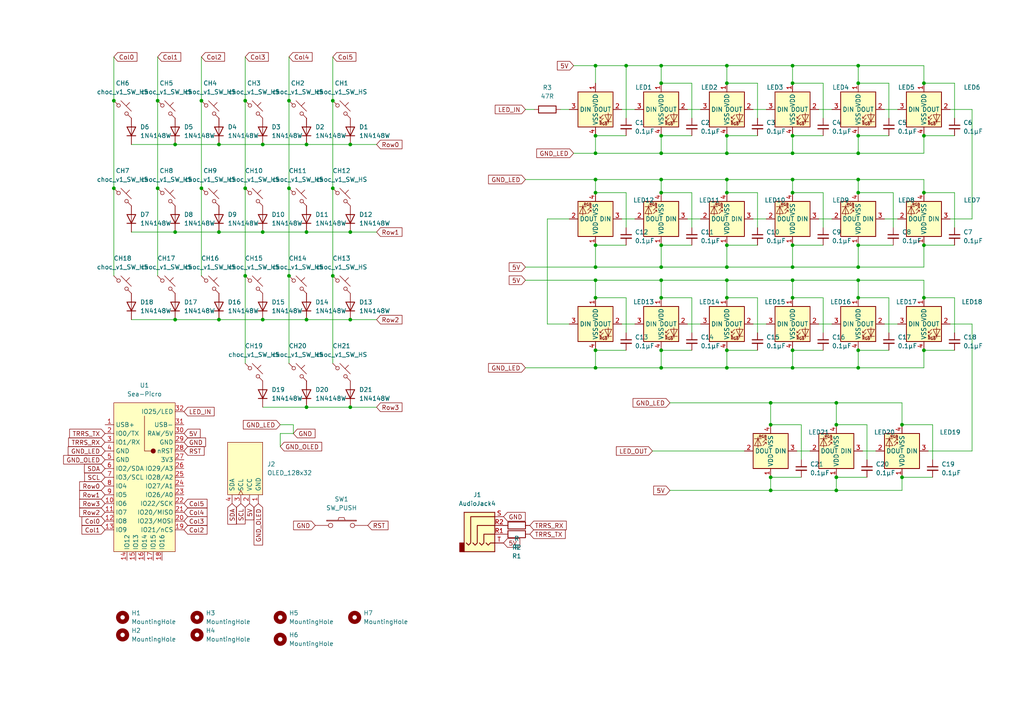
<source format=kicad_sch>
(kicad_sch (version 20250114) (generator "eeschema") (generator_version "9.0")
  (paper "A4")
  (junction (at 172.72 86.36))
  (junction (at 248.92 24.13))
  (junction (at 58.42 54.61))
  (junction (at 101.6 67.31))
  (junction (at 88.9 41.91))
  (junction (at 248.92 55.88))
  (junction (at 191.77 71.12))
  (junction (at 267.97 55.88))
  (junction (at 210.82 44.45))
  (junction (at 33.02 29.21))
  (junction (at 248.92 81.28))
  (junction (at 229.87 101.6))
  (junction (at 229.87 44.45))
  (junction (at 210.82 86.36))
  (junction (at 88.9 118.11))
  (junction (at 223.52 142.24))
  (junction (at 191.77 55.88))
  (junction (at 172.72 52.07))
  (junction (at 191.77 101.6))
  (junction (at 229.87 81.28))
  (junction (at 76.2 92.71))
  (junction (at 71.12 80.01))
  (junction (at 191.77 106.68))
  (junction (at 242.57 116.84))
  (junction (at 96.52 29.21))
  (junction (at 229.87 55.88))
  (junction (at 172.72 101.6))
  (junction (at 267.97 101.6))
  (junction (at 229.87 86.36))
  (junction (at 45.72 54.61))
  (junction (at 83.82 29.21))
  (junction (at 172.72 19.05))
  (junction (at 101.6 41.91))
  (junction (at 172.72 39.37))
  (junction (at 248.92 19.05))
  (junction (at 172.72 77.47))
  (junction (at 229.87 19.05))
  (junction (at 210.82 24.13))
  (junction (at 229.87 106.68))
  (junction (at 50.8 92.71))
  (junction (at 76.2 67.31))
  (junction (at 229.87 52.07))
  (junction (at 229.87 77.47))
  (junction (at 172.72 44.45))
  (junction (at 88.9 92.71))
  (junction (at 63.5 67.31))
  (junction (at 33.02 54.61))
  (junction (at 58.42 29.21))
  (junction (at 88.9 67.31))
  (junction (at 267.97 24.13))
  (junction (at 223.52 138.43))
  (junction (at 261.62 138.43))
  (junction (at 229.87 24.13))
  (junction (at 191.77 52.07))
  (junction (at 191.77 19.05))
  (junction (at 50.8 41.91))
  (junction (at 248.92 71.12))
  (junction (at 210.82 55.88))
  (junction (at 248.92 106.68))
  (junction (at 210.82 106.68))
  (junction (at 210.82 101.6))
  (junction (at 63.5 92.71))
  (junction (at 83.82 54.61))
  (junction (at 248.92 101.6))
  (junction (at 242.57 138.43))
  (junction (at 210.82 71.12))
  (junction (at 267.97 71.12))
  (junction (at 76.2 41.91))
  (junction (at 191.77 44.45))
  (junction (at 223.52 123.19))
  (junction (at 210.82 77.47))
  (junction (at 172.72 71.12))
  (junction (at 248.92 77.47))
  (junction (at 191.77 39.37))
  (junction (at 191.77 77.47))
  (junction (at 242.57 142.24))
  (junction (at 172.72 55.88))
  (junction (at 210.82 19.05))
  (junction (at 248.92 39.37))
  (junction (at 248.92 44.45))
  (junction (at 191.77 24.13))
  (junction (at 210.82 39.37))
  (junction (at 191.77 86.36))
  (junction (at 229.87 39.37))
  (junction (at 63.5 41.91))
  (junction (at 242.57 123.19))
  (junction (at 267.97 86.36))
  (junction (at 101.6 118.11))
  (junction (at 71.12 54.61))
  (junction (at 210.82 81.28))
  (junction (at 223.52 116.84))
  (junction (at 96.52 80.01))
  (junction (at 248.92 86.36))
  (junction (at 71.12 29.21))
  (junction (at 248.92 52.07))
  (junction (at 101.6 92.71))
  (junction (at 96.52 54.61))
  (junction (at 50.8 67.31))
  (junction (at 191.77 81.28))
  (junction (at 210.82 52.07))
  (junction (at 45.72 29.21))
  (junction (at 83.82 80.01))
  (junction (at 229.87 71.12))
  (junction (at 181.61 19.05))
  (junction (at 261.62 123.19))
  (junction (at 172.72 106.68))
  (junction (at 172.72 81.28))
  (junction (at 267.97 39.37))
  (wire (pts (xy 96.52 54.61) (xy 96.52 80.01)))
  (wire (pts (xy 50.8 41.91) (xy 63.5 41.91)))
  (wire (pts (xy 81.28 123.19) (xy 85.09 123.19)))
  (wire (pts (xy 45.72 29.21) (xy 45.72 54.61)))
  (wire (pts (xy 158.75 93.98) (xy 165.1 93.98)))
  (wire (pts (xy 191.77 52.07) (xy 210.82 52.07)))
  (wire (pts (xy 261.62 123.19) (xy 270.51 123.19)))
  (wire (pts (xy 238.76 24.13) (xy 238.76 34.29)))
  (wire (pts (xy 248.92 52.07) (xy 248.92 55.88)))
  (wire (pts (xy 219.71 55.88) (xy 219.71 66.04)))
  (wire (pts (xy 172.72 52.07) (xy 172.72 55.88)))
  (wire (pts (xy 200.66 24.13) (xy 200.66 34.29)))
  (wire (pts (xy 88.9 92.71) (xy 101.6 92.71)))
  (wire (pts (xy 191.77 77.47) (xy 210.82 77.47)))
  (wire (pts (xy 210.82 71.12) (xy 210.82 77.47)))
  (wire (pts (xy 242.57 116.84) (xy 261.62 116.84)))
  (wire (pts (xy 229.87 71.12) (xy 229.87 77.47)))
  (wire (pts (xy 191.77 19.05) (xy 191.77 24.13)))
  (wire (pts (xy 248.92 39.37) (xy 248.92 44.45)))
  (wire (pts (xy 267.97 52.07) (xy 267.97 55.88)))
  (wire (pts (xy 281.94 93.98) (xy 281.94 130.81)))
  (wire (pts (xy 172.72 71.12) (xy 172.72 77.47)))
  (wire (pts (xy 229.87 77.47) (xy 248.92 77.47)))
  (wire (pts (xy 45.72 16.51) (xy 45.72 29.21)))
  (wire (pts (xy 45.72 54.61) (xy 45.72 80.01)))
  (wire (pts (xy 218.44 93.98) (xy 222.25 93.98)))
  (wire (pts (xy 172.72 77.47) (xy 191.77 77.47)))
  (wire (pts (xy 38.1 67.31) (xy 50.8 67.31)))
  (wire (pts (xy 83.82 29.21) (xy 83.82 54.61)))
  (wire (pts (xy 276.86 55.88) (xy 276.86 66.04)))
  (wire (pts (xy 172.72 81.28) (xy 172.72 86.36)))
  (wire (pts (xy 250.19 130.81) (xy 254 130.81)))
  (wire (pts (xy 33.02 16.51) (xy 33.02 29.21)))
  (wire (pts (xy 210.82 19.05) (xy 229.87 19.05)))
  (wire (pts (xy 248.92 77.47) (xy 267.97 77.47)))
  (wire (pts (xy 210.82 86.36) (xy 219.71 86.36)))
  (wire (pts (xy 85.09 123.19) (xy 85.09 125.73)))
  (wire (pts (xy 248.92 101.6) (xy 257.81 101.6)))
  (wire (pts (xy 210.82 81.28) (xy 210.82 86.36)))
  (wire (pts (xy 242.57 138.43) (xy 251.46 138.43)))
  (wire (pts (xy 248.92 19.05) (xy 267.97 19.05)))
  (wire (pts (xy 267.97 86.36) (xy 276.86 86.36)))
  (wire (pts (xy 223.52 142.24) (xy 242.57 142.24)))
  (wire (pts (xy 58.42 29.21) (xy 58.42 54.61)))
  (wire (pts (xy 81.28 125.73) (xy 81.28 129.54)))
  (wire (pts (xy 229.87 71.12) (xy 238.76 71.12)))
  (wire (pts (xy 248.92 52.07) (xy 267.97 52.07)))
  (wire (pts (xy 210.82 44.45) (xy 229.87 44.45)))
  (wire (pts (xy 210.82 39.37) (xy 219.71 39.37)))
  (wire (pts (xy 229.87 106.68) (xy 248.92 106.68)))
  (wire (pts (xy 248.92 19.05) (xy 248.92 24.13)))
  (wire (pts (xy 242.57 123.19) (xy 251.46 123.19)))
  (wire (pts (xy 58.42 16.51) (xy 58.42 29.21)))
  (wire (pts (xy 210.82 52.07) (xy 229.87 52.07)))
  (wire (pts (xy 242.57 138.43) (xy 242.57 142.24)))
  (wire (pts (xy 152.4 77.47) (xy 172.72 77.47)))
  (wire (pts (xy 50.8 67.31) (xy 63.5 67.31)))
  (wire (pts (xy 96.52 16.51) (xy 96.52 29.21)))
  (wire (pts (xy 218.44 63.5) (xy 222.25 63.5)))
  (wire (pts (xy 38.1 41.91) (xy 50.8 41.91)))
  (wire (pts (xy 248.92 106.68) (xy 267.97 106.68)))
  (wire (pts (xy 232.41 123.19) (xy 232.41 133.35)))
  (wire (pts (xy 210.82 19.05) (xy 210.82 24.13)))
  (wire (pts (xy 76.2 118.11) (xy 88.9 118.11)))
  (wire (pts (xy 242.57 142.24) (xy 261.62 142.24)))
  (wire (pts (xy 76.2 92.71) (xy 88.9 92.71)))
  (wire (pts (xy 71.12 16.51) (xy 71.12 29.21)))
  (wire (pts (xy 223.52 116.84) (xy 223.52 123.19)))
  (wire (pts (xy 223.52 123.19) (xy 232.41 123.19)))
  (wire (pts (xy 166.37 44.45) (xy 172.72 44.45)))
  (wire (pts (xy 191.77 52.07) (xy 191.77 55.88)))
  (wire (pts (xy 229.87 24.13) (xy 238.76 24.13)))
  (wire (pts (xy 210.82 101.6) (xy 210.82 106.68)))
  (wire (pts (xy 172.72 101.6) (xy 181.61 101.6)))
  (wire (pts (xy 63.5 67.31) (xy 76.2 67.31)))
  (wire (pts (xy 267.97 101.6) (xy 267.97 106.68)))
  (wire (pts (xy 267.97 24.13) (xy 276.86 24.13)))
  (wire (pts (xy 248.92 44.45) (xy 267.97 44.45)))
  (wire (pts (xy 191.77 101.6) (xy 191.77 106.68)))
  (wire (pts (xy 152.4 81.28) (xy 172.72 81.28)))
  (wire (pts (xy 210.82 81.28) (xy 229.87 81.28)))
  (wire (pts (xy 229.87 52.07) (xy 248.92 52.07)))
  (wire (pts (xy 257.81 86.36) (xy 257.81 96.52)))
  (wire (pts (xy 242.57 116.84) (xy 242.57 123.19)))
  (wire (pts (xy 152.4 31.75) (xy 154.94 31.75)))
  (wire (pts (xy 96.52 80.01) (xy 96.52 105.41)))
  (wire (pts (xy 248.92 39.37) (xy 257.81 39.37)))
  (wire (pts (xy 33.02 54.61) (xy 33.02 80.01)))
  (wire (pts (xy 229.87 81.28) (xy 229.87 86.36)))
  (wire (pts (xy 194.31 142.24) (xy 223.52 142.24)))
  (wire (pts (xy 210.82 71.12) (xy 219.71 71.12)))
  (wire (pts (xy 162.56 31.75) (xy 165.1 31.75)))
  (wire (pts (xy 229.87 86.36) (xy 238.76 86.36)))
  (wire (pts (xy 261.62 138.43) (xy 270.51 138.43)))
  (wire (pts (xy 251.46 123.19) (xy 251.46 133.35)))
  (wire (pts (xy 199.39 63.5) (xy 203.2 63.5)))
  (wire (pts (xy 267.97 55.88) (xy 276.86 55.88)))
  (wire (pts (xy 199.39 31.75) (xy 203.2 31.75)))
  (wire (pts (xy 88.9 118.11) (xy 101.6 118.11)))
  (wire (pts (xy 259.08 55.88) (xy 259.08 66.04)))
  (wire (pts (xy 229.87 39.37) (xy 238.76 39.37)))
  (wire (pts (xy 191.77 39.37) (xy 191.77 44.45)))
  (wire (pts (xy 229.87 101.6) (xy 238.76 101.6)))
  (wire (pts (xy 257.81 24.13) (xy 257.81 34.29)))
  (wire (pts (xy 210.82 55.88) (xy 219.71 55.88)))
  (wire (pts (xy 172.72 55.88) (xy 181.61 55.88)))
  (wire (pts (xy 191.77 44.45) (xy 210.82 44.45)))
  (wire (pts (xy 223.52 116.84) (xy 242.57 116.84)))
  (wire (pts (xy 191.77 101.6) (xy 200.66 101.6)))
  (wire (pts (xy 267.97 77.47) (xy 267.97 71.12)))
  (wire (pts (xy 200.66 86.36) (xy 200.66 96.52)))
  (wire (pts (xy 172.72 44.45) (xy 191.77 44.45)))
  (wire (pts (xy 210.82 106.68) (xy 229.87 106.68)))
  (wire (pts (xy 181.61 55.88) (xy 181.61 66.04)))
  (wire (pts (xy 238.76 55.88) (xy 238.76 66.04)))
  (wire (pts (xy 191.77 81.28) (xy 210.82 81.28)))
  (wire (pts (xy 96.52 29.21) (xy 96.52 54.61)))
  (wire (pts (xy 275.59 93.98) (xy 281.94 93.98)))
  (wire (pts (xy 165.1 63.5) (xy 158.75 63.5)))
  (wire (pts (xy 191.77 71.12) (xy 191.77 77.47)))
  (wire (pts (xy 237.49 31.75) (xy 241.3 31.75)))
  (wire (pts (xy 229.87 52.07) (xy 229.87 55.88)))
  (wire (pts (xy 256.54 31.75) (xy 260.35 31.75)))
  (wire (pts (xy 71.12 29.21) (xy 71.12 54.61)))
  (wire (pts (xy 88.9 67.31) (xy 101.6 67.31)))
  (wire (pts (xy 248.92 24.13) (xy 257.81 24.13)))
  (wire (pts (xy 231.14 130.81) (xy 234.95 130.81)))
  (wire (pts (xy 229.87 39.37) (xy 229.87 44.45)))
  (wire (pts (xy 181.61 86.36) (xy 181.61 96.52)))
  (wire (pts (xy 191.77 55.88) (xy 200.66 55.88)))
  (wire (pts (xy 267.97 81.28) (xy 267.97 86.36)))
  (wire (pts (xy 267.97 101.6) (xy 276.86 101.6)))
  (wire (pts (xy 172.72 86.36) (xy 181.61 86.36)))
  (wire (pts (xy 256.54 63.5) (xy 260.35 63.5)))
  (wire (pts (xy 229.87 44.45) (xy 248.92 44.45)))
  (wire (pts (xy 63.5 92.71) (xy 76.2 92.71)))
  (wire (pts (xy 158.75 63.5) (xy 158.75 93.98)))
  (wire (pts (xy 229.87 101.6) (xy 229.87 106.68)))
  (wire (pts (xy 200.66 55.88) (xy 200.66 66.04)))
  (wire (pts (xy 210.82 101.6) (xy 219.71 101.6)))
  (wire (pts (xy 248.92 81.28) (xy 267.97 81.28)))
  (wire (pts (xy 223.52 138.43) (xy 232.41 138.43)))
  (wire (pts (xy 172.72 19.05) (xy 181.61 19.05)))
  (wire (pts (xy 71.12 80.01) (xy 71.12 105.41)))
  (wire (pts (xy 229.87 24.13) (xy 229.87 19.05)))
  (wire (pts (xy 88.9 41.91) (xy 101.6 41.91)))
  (wire (pts (xy 248.92 81.28) (xy 248.92 86.36)))
  (wire (pts (xy 71.12 54.61) (xy 71.12 80.01)))
  (wire (pts (xy 281.94 31.75) (xy 281.94 63.5)))
  (wire (pts (xy 267.97 39.37) (xy 276.86 39.37)))
  (wire (pts (xy 63.5 41.91) (xy 76.2 41.91)))
  (wire (pts (xy 275.59 31.75) (xy 281.94 31.75)))
  (wire (pts (xy 180.34 31.75) (xy 184.15 31.75)))
  (wire (pts (xy 218.44 31.75) (xy 222.25 31.75)))
  (wire (pts (xy 166.37 19.05) (xy 172.72 19.05)))
  (wire (pts (xy 256.54 93.98) (xy 260.35 93.98)))
  (wire (pts (xy 248.92 71.12) (xy 259.08 71.12)))
  (wire (pts (xy 172.72 39.37) (xy 172.72 44.45)))
  (wire (pts (xy 172.72 81.28) (xy 191.77 81.28)))
  (wire (pts (xy 172.72 101.6) (xy 172.72 106.68)))
  (wire (pts (xy 210.82 77.47) (xy 229.87 77.47)))
  (wire (pts (xy 191.77 19.05) (xy 210.82 19.05)))
  (wire (pts (xy 152.4 52.07) (xy 172.72 52.07)))
  (wire (pts (xy 248.92 101.6) (xy 248.92 106.68)))
  (wire (pts (xy 276.86 24.13) (xy 276.86 34.29)))
  (wire (pts (xy 248.92 71.12) (xy 248.92 77.47)))
  (wire (pts (xy 172.72 106.68) (xy 191.77 106.68)))
  (wire (pts (xy 83.82 16.51) (xy 83.82 29.21)))
  (wire (pts (xy 229.87 19.05) (xy 248.92 19.05)))
  (wire (pts (xy 83.82 80.01) (xy 83.82 105.41)))
  (wire (pts (xy 38.1 92.71) (xy 50.8 92.71)))
  (wire (pts (xy 191.77 81.28) (xy 191.77 86.36)))
  (wire (pts (xy 237.49 93.98) (xy 241.3 93.98)))
  (wire (pts (xy 83.82 54.61) (xy 83.82 80.01)))
  (wire (pts (xy 152.4 106.68) (xy 172.72 106.68)))
  (wire (pts (xy 180.34 63.5) (xy 184.15 63.5)))
  (wire (pts (xy 267.97 71.12) (xy 276.86 71.12)))
  (wire (pts (xy 191.77 39.37) (xy 200.66 39.37)))
  (wire (pts (xy 248.92 86.36) (xy 257.81 86.36)))
  (wire (pts (xy 267.97 19.05) (xy 267.97 24.13)))
  (wire (pts (xy 219.71 86.36) (xy 219.71 96.52)))
  (wire (pts (xy 269.24 130.81) (xy 281.94 130.81)))
  (wire (pts (xy 76.2 41.91) (xy 88.9 41.91)))
  (wire (pts (xy 267.97 39.37) (xy 267.97 44.45)))
  (wire (pts (xy 210.82 24.13) (xy 219.71 24.13)))
  (wire (pts (xy 229.87 81.28) (xy 248.92 81.28)))
  (wire (pts (xy 58.42 54.61) (xy 58.42 80.01)))
  (wire (pts (xy 33.02 29.21) (xy 33.02 54.61)))
  (wire (pts (xy 172.72 71.12) (xy 181.61 71.12)))
  (wire (pts (xy 261.62 142.24) (xy 261.62 138.43)))
  (wire (pts (xy 248.92 55.88) (xy 259.08 55.88)))
  (wire (pts (xy 50.8 92.71) (xy 63.5 92.71)))
  (wire (pts (xy 172.72 39.37) (xy 181.61 39.37)))
  (wire (pts (xy 85.09 125.73) (xy 81.28 125.73)))
  (wire (pts (xy 210.82 39.37) (xy 210.82 44.45)))
  (wire (pts (xy 229.87 55.88) (xy 238.76 55.88)))
  (wire (pts (xy 210.82 52.07) (xy 210.82 55.88)))
  (wire (pts (xy 223.52 138.43) (xy 223.52 142.24)))
  (wire (pts (xy 76.2 67.31) (xy 88.9 67.31)))
  (wire (pts (xy 194.31 116.84) (xy 223.52 116.84)))
  (wire (pts (xy 191.77 106.68) (xy 210.82 106.68)))
  (wire (pts (xy 238.76 86.36) (xy 238.76 96.52)))
  (wire (pts (xy 191.77 24.13) (xy 200.66 24.13)))
  (wire (pts (xy 261.62 116.84) (xy 261.62 123.19)))
  (wire (pts (xy 181.61 19.05) (xy 181.61 34.29)))
  (wire (pts (xy 219.71 24.13) (xy 219.71 34.29)))
  (wire (pts (xy 191.77 86.36) (xy 200.66 86.36)))
  (wire (pts (xy 101.6 92.71) (xy 109.22 92.71)))
  (wire (pts (xy 180.34 93.98) (xy 184.15 93.98)))
  (wire (pts (xy 189.23 130.81) (xy 215.9 130.81)))
  (wire (pts (xy 191.77 71.12) (xy 200.66 71.12)))
  (wire (pts (xy 101.6 67.31) (xy 109.22 67.31)))
  (wire (pts (xy 172.72 19.05) (xy 172.72 24.13)))
  (wire (pts (xy 276.86 86.36) (xy 276.86 96.52)))
  (wire (pts (xy 101.6 41.91) (xy 109.22 41.91)))
  (wire (pts (xy 270.51 123.19) (xy 270.51 133.35)))
  (wire (pts (xy 172.72 52.07) (xy 191.77 52.07)))
  (wire (pts (xy 237.49 63.5) (xy 241.3 63.5)))
  (wire (pts (xy 281.94 63.5) (xy 275.59 63.5)))
  (wire (pts (xy 101.6 118.11) (xy 109.22 118.11)))
  (wire (pts (xy 199.39 93.98) (xy 203.2 93.98)))
  (wire (pts (xy 181.61 19.05) (xy 191.77 19.05)))
  (global_label "SDA" (shape input) (at 67.31 146.05 270) (property "Intersheetrefs" "${INTERSHEET_REFS}" (effects (hide yes))))
  (global_label "Col4" (shape input) (at 83.82 16.51 0) (property "Intersheetrefs" "${INTERSHEET_REFS}" (effects (hide yes))))
  (global_label "RST" (shape input) (at 53.34 130.81 0) (property "Intersheetrefs" "${INTERSHEET_REFS}" (effects (hide yes))))
  (global_label "GND" (shape input) (at 91.44 152.4 180) (property "Intersheetrefs" "${INTERSHEET_REFS}" (effects (hide yes))))
  (global_label "5V" (shape input) (at 152.4 77.47 180) (property "Intersheetrefs" "${INTERSHEET_REFS}" (effects (hide yes))))
  (global_label "Col0" (shape input) (at 33.02 16.51 0) (property "Intersheetrefs" "${INTERSHEET_REFS}" (effects (hide yes))))
  (global_label "5V" (shape input) (at 152.4 81.28 180) (property "Intersheetrefs" "${INTERSHEET_REFS}" (effects (hide yes))))
  (global_label "GND_LED" (shape input) (at 152.4 52.07 180) (property "Intersheetrefs" "${INTERSHEET_REFS}" (effects (hide yes))))
  (global_label "Col3" (shape input) (at 53.34 151.13 0) (property "Intersheetrefs" "${INTERSHEET_REFS}" (effects (hide yes))))
  (global_label "GND_OLED" (shape input) (at 81.28 129.54 0) (property "Intersheetrefs" "${INTERSHEET_REFS}" (effects (hide yes))))
  (global_label "Col2" (shape input) (at 53.34 153.67 0) (property "Intersheetrefs" "${INTERSHEET_REFS}" (effects (hide yes))))
  (global_label "TRRS_TX" (shape input) (at 30.48 125.73 180) (property "Intersheetrefs" "${INTERSHEET_REFS}" (effects (hide yes))))
  (global_label "SDA" (shape input) (at 30.48 135.89 180) (property "Intersheetrefs" "${INTERSHEET_REFS}" (effects (hide yes))))
  (global_label "TRRS_RX" (shape input) (at 153.67 152.4 0) (property "Intersheetrefs" "${INTERSHEET_REFS}" (effects (hide yes))))
  (global_label "LED_IN" (shape input) (at 53.34 119.38 0) (property "Intersheetrefs" "${INTERSHEET_REFS}" (effects (hide yes))))
  (global_label "GND_LED" (shape input) (at 81.28 123.19 180) (property "Intersheetrefs" "${INTERSHEET_REFS}" (effects (hide yes))))
  (global_label "5V" (shape input) (at 146.05 157.48 0) (property "Intersheetrefs" "${INTERSHEET_REFS}" (effects (hide yes))))
  (global_label "RST" (shape input) (at 106.68 152.4 0) (property "Intersheetrefs" "${INTERSHEET_REFS}" (effects (hide yes))))
  (global_label "GND" (shape input) (at 85.09 125.73 0) (property "Intersheetrefs" "${INTERSHEET_REFS}" (effects (hide yes))))
  (global_label "GND_OLED" (shape input) (at 74.93 146.05 270) (property "Intersheetrefs" "${INTERSHEET_REFS}" (effects (hide yes))))
  (global_label "Col1" (shape input) (at 30.48 153.67 180) (property "Intersheetrefs" "${INTERSHEET_REFS}" (effects (hide yes))))
  (global_label "SCL" (shape input) (at 69.85 146.05 270) (property "Intersheetrefs" "${INTERSHEET_REFS}" (effects (hide yes))))
  (global_label "TRRS_TX" (shape input) (at 153.67 154.94 0) (property "Intersheetrefs" "${INTERSHEET_REFS}" (effects (hide yes))))
  (global_label "LED_OUT" (shape input) (at 189.23 130.81 180) (property "Intersheetrefs" "${INTERSHEET_REFS}" (effects (hide yes))))
  (global_label "GND_LED" (shape input) (at 166.37 44.45 180) (property "Intersheetrefs" "${INTERSHEET_REFS}" (effects (hide yes))))
  (global_label "5V" (shape input) (at 72.39 146.05 270) (property "Intersheetrefs" "${INTERSHEET_REFS}" (effects (hide yes))))
  (global_label "LED_IN" (shape input) (at 152.4 31.75 180) (property "Intersheetrefs" "${INTERSHEET_REFS}" (effects (hide yes))))
  (global_label "GND_OLED" (shape input) (at 30.48 133.35 180) (property "Intersheetrefs" "${INTERSHEET_REFS}" (effects (hide yes))))
  (global_label "GND_LED" (shape input) (at 152.4 106.68 180) (property "Intersheetrefs" "${INTERSHEET_REFS}" (effects (hide yes))))
  (global_label "Col3" (shape input) (at 71.12 16.51 0) (property "Intersheetrefs" "${INTERSHEET_REFS}" (effects (hide yes))))
  (global_label "Col5" (shape input) (at 96.52 16.51 0) (property "Intersheetrefs" "${INTERSHEET_REFS}" (effects (hide yes))))
  (global_label "SCL" (shape input) (at 30.48 138.43 180) (property "Intersheetrefs" "${INTERSHEET_REFS}" (effects (hide yes))))
  (global_label "TRRS_RX" (shape input) (at 30.48 128.27 180) (property "Intersheetrefs" "${INTERSHEET_REFS}" (effects (hide yes))))
  (global_label "GND_LED" (shape input) (at 194.31 116.84 180) (property "Intersheetrefs" "${INTERSHEET_REFS}" (effects (hide yes))))
  (global_label "Col4" (shape input) (at 53.34 148.59 0) (property "Intersheetrefs" "${INTERSHEET_REFS}" (effects (hide yes))))
  (global_label "5V" (shape input) (at 194.31 142.24 180) (property "Intersheetrefs" "${INTERSHEET_REFS}" (effects (hide yes))))
  (global_label "Row1" (shape input) (at 30.48 143.51 180) (property "Intersheetrefs" "${INTERSHEET_REFS}" (effects (hide yes))))
  (global_label "Row2" (shape input) (at 109.22 92.71 0) (property "Intersheetrefs" "${INTERSHEET_REFS}" (effects (hide yes))))
  (global_label "Row3" (shape input) (at 30.48 146.05 180) (property "Intersheetrefs" "${INTERSHEET_REFS}" (effects (hide yes))))
  (global_label "Row2" (shape input) (at 30.48 148.59 180) (property "Intersheetrefs" "${INTERSHEET_REFS}" (effects (hide yes))))
  (global_label "Col1" (shape input) (at 45.72 16.51 0) (property "Intersheetrefs" "${INTERSHEET_REFS}" (effects (hide yes))))
  (global_label "Col5" (shape input) (at 53.34 146.05 0) (property "Intersheetrefs" "${INTERSHEET_REFS}" (effects (hide yes))))
  (global_label "Row3" (shape input) (at 109.22 118.11 0) (property "Intersheetrefs" "${INTERSHEET_REFS}" (effects (hide yes))))
  (global_label "Row1" (shape input) (at 109.22 67.31 0) (property "Intersheetrefs" "${INTERSHEET_REFS}" (effects (hide yes))))
  (global_label "5V" (shape input) (at 166.37 19.05 180) (property "Intersheetrefs" "${INTERSHEET_REFS}" (effects (hide yes))))
  (global_label "5V" (shape input) (at 53.34 125.73 0) (property "Intersheetrefs" "${INTERSHEET_REFS}" (effects (hide yes))))
  (global_label "GND" (shape input) (at 53.34 128.27 0) (property "Intersheetrefs" "${INTERSHEET_REFS}" (effects (hide yes))))
  (global_label "GND_LED" (shape input) (at 30.48 130.81 180) (property "Intersheetrefs" "${INTERSHEET_REFS}" (effects (hide yes))))
  (global_label "Row0" (shape input) (at 30.48 140.97 180) (property "Intersheetrefs" "${INTERSHEET_REFS}" (effects (hide yes))))
  (global_label "GND" (shape input) (at 146.05 149.86 0) (property "Intersheetrefs" "${INTERSHEET_REFS}" (effects (hide yes))))
  (global_label "Col0" (shape input) (at 30.48 151.13 180) (property "Intersheetrefs" "${INTERSHEET_REFS}" (effects (hide yes))))
  (global_label "Col2" (shape input) (at 58.42 16.51 0) (property "Intersheetrefs" "${INTERSHEET_REFS}" (effects (hide yes))))
  (global_label "Row0" (shape input) (at 109.22 41.91 0) (property "Intersheetrefs" "${INTERSHEET_REFS}" (effects (hide yes))))
  (symbol (lib_id "Diode:1N4148W") (at 88.9 63.5 90) (unit 1)
    (property "Reference" "D11" (at 91.44 62.2299 90) (effects (justify right)))
    (property "Value" "1N4148W" (at 91.44 64.7699 90) (effects (justify right)))
    (property "Footprint" "Diode_SMD:D_SOD-123" (effects (hide yes)))
    (property "Datasheet" "https://www.vishay.com/docs/85748/1n4148w.pdf" (effects (hide yes)))
    (property "Description" "75V 0.15A Fast Switching Diode, SOD-123" (effects (hide yes)))
    (property "Sim.Device" "D" (effects (hide yes)))
    (property "Sim.Pins" "1=K 2=A" (effects (hide yes)))
  )
  (symbol (lib_id "PCM_marbastlib-choc:choc_v1_SW_HS_CPG135001S30") (at 86.36 31.75 0) (unit 1)
    (property "Reference" "CH2" (at 86.36 24.13 0))
    (property "Value" "choc_v1_SW_HS" (at 86.36 26.67 0))
    (property "Footprint" "PCM_marbastlib-choc:SW_choc_v1_HS_CPG135001S30_1u" (effects (hide yes)))
    (property "Description" "Push button switch, normally open, two pins, 45° tilted" (effects (hide yes)))
  )
  (symbol (lib_id "Mechanical:MountingHole") (at 81.28 179.07 0) (unit 1) (in_bom no)
    (property "Reference" "H5" (at 83.82 177.7999 0) (effects (justify left)))
    (property "Value" "MountingHole" (at 83.82 180.3399 0) (effects (justify left)))
    (property "Footprint" "MountingHole:MountingHole_2.2mm_M2" (effects (hide yes)))
    (property "Description" "Mounting Hole without connection" (effects (hide yes)))
  )
  (symbol (lib_id "PCM_marbastlib-choc:choc_v1_SW_HS_CPG135001S30") (at 86.36 82.55 0) (unit 1)
    (property "Reference" "CH14" (at 86.36 74.93 0))
    (property "Value" "choc_v1_SW_HS" (at 86.36 77.47 0))
    (property "Footprint" "PCM_marbastlib-choc:SW_choc_v1_HS_CPG135001S30_1u" (effects (hide yes)))
    (property "Description" "Push button switch, normally open, two pins, 45° tilted" (effects (hide yes)))
  )
  (symbol (lib_id "PCM_marbastlib-various:SK6812MINI-E") (at 172.72 31.75 0) (unit 1)
    (property "Reference" "LED1" (at 186.69 25.3298 0))
    (property "Value" "SK6812MINI-E" (effects (hide yes)))
    (property "Footprint" "PCM_marbastlib-various:LED_6028R" (effects (hide yes)))
    (property "Description" "Reverse mount adressable LED (WS2812 protocol)" (effects (hide yes)))
  )
  (symbol (lib_id "Diode:1N4148W") (at 101.6 63.5 90) (unit 1)
    (property "Reference" "D12" (at 104.14 62.2299 90) (effects (justify right)))
    (property "Value" "1N4148W" (at 104.14 64.7699 90) (effects (justify right)))
    (property "Footprint" "Diode_SMD:D_SOD-123" (effects (hide yes)))
    (property "Datasheet" "https://www.vishay.com/docs/85748/1n4148w.pdf" (effects (hide yes)))
    (property "Description" "75V 0.15A Fast Switching Diode, SOD-123" (effects (hide yes)))
    (property "Sim.Device" "D" (effects (hide yes)))
    (property "Sim.Pins" "1=K 2=A" (effects (hide yes)))
  )
  (symbol (lib_id "Device:C_Small") (at 257.81 36.83 0) (unit 1)
    (property "Reference" "C5" (at 260.35 35.5662 0) (effects (justify left)))
    (property "Value" "0.1µF" (at 260.35 38.1062 0) (effects (justify left)))
    (property "Footprint" "Capacitor_SMD:C_1206_3216Metric" (effects (hide yes)))
    (property "Description" "Unpolarized capacitor, small symbol" (effects (hide yes)))
  )
  (symbol (lib_id "Device:C_Small") (at 276.86 68.58 0) (unit 1)
    (property "Reference" "C7" (at 279.4 67.3162 0) (effects (justify left)))
    (property "Value" "0.1µF" (at 279.4 69.8562 0) (effects (justify left)))
    (property "Footprint" "Capacitor_SMD:C_1206_3216Metric" (effects (hide yes)))
    (property "Description" "Unpolarized capacitor, small symbol" (effects (hide yes)))
  )
  (symbol (lib_id "PCM_marbastlib-choc:choc_v1_SW_HS_CPG135001S30") (at 73.66 82.55 0) (unit 1)
    (property "Reference" "CH15" (at 73.66 74.93 0))
    (property "Value" "choc_v1_SW_HS" (at 73.66 77.47 0))
    (property "Footprint" "PCM_marbastlib-choc:SW_choc_v1_HS_CPG135001S30_1u" (effects (hide yes)))
    (property "Description" "Push button switch, normally open, two pins, 45° tilted" (effects (hide yes)))
  )
  (symbol (lib_id "ScottoKeebs:OLED_128x32") (at 71.12 143.51 90) (unit 1)
    (property "Reference" "J2" (at 77.47 134.6199 90) (effects (justify right)))
    (property "Value" "OLED_128x32" (at 77.47 137.1599 90) (effects (justify right)))
    (property "Footprint" "kleeb_display:OLED-128x32" (effects (hide yes)))
  )
  (symbol (lib_id "PCM_marbastlib-choc:choc_v1_SW_HS_CPG135001S30") (at 73.66 107.95 0) (unit 1)
    (property "Reference" "CH19" (at 73.66 100.33 0))
    (property "Value" "choc_v1_SW_HS" (at 73.66 102.87 0))
    (property "Footprint" "PCM_marbastlib-choc:SW_choc_v1_HS_CPG135001S30_1u" (effects (hide yes)))
    (property "Description" "Push button switch, normally open, two pins, 45° tilted" (effects (hide yes)))
  )
  (symbol (lib_id "Device:C_Small") (at 238.76 68.58 0) (unit 1)
    (property "Reference" "C9" (at 241.3 67.3162 0) (effects (justify left)))
    (property "Value" "0.1µF" (at 241.3 69.8562 0) (effects (justify left)))
    (property "Footprint" "Capacitor_SMD:C_1206_3216Metric" (effects (hide yes)))
    (property "Description" "Unpolarized capacitor, small symbol" (effects (hide yes)))
  )
  (symbol (lib_id "PCM_marbastlib-choc:choc_v1_SW_HS_CPG135001S30") (at 35.56 57.15 0) (unit 1)
    (property "Reference" "CH7" (at 35.56 49.53 0))
    (property "Value" "choc_v1_SW_HS" (at 35.56 52.07 0))
    (property "Footprint" "PCM_marbastlib-choc:SW_choc_v1_HS_CPG135001S30_1u" (effects (hide yes)))
    (property "Description" "Push button switch, normally open, two pins, 45° tilted" (effects (hide yes)))
  )
  (symbol (lib_id "PCM_marbastlib-various:SK6812MINI-E") (at 223.52 130.81 180) (unit 1)
    (property "Reference" "LED21" (at 237.49 125.3646 0))
    (property "Value" "SK6812MINI-E" (effects (hide yes)))
    (property "Footprint" "PCM_marbastlib-various:LED_6028R" (effects (hide yes)))
    (property "Description" "Reverse mount adressable LED (WS2812 protocol)" (effects (hide yes)))
  )
  (symbol (lib_id "PCM_marbastlib-various:SK6812MINI-E") (at 267.97 63.5 180) (unit 1)
    (property "Reference" "LED7" (at 281.94 58.0546 0))
    (property "Value" "SK6812MINI-E" (effects (hide yes)))
    (property "Footprint" "PCM_marbastlib-various:LED_6028R" (effects (hide yes)))
    (property "Description" "Reverse mount adressable LED (WS2812 protocol)" (effects (hide yes)))
  )
  (symbol (lib_id "PCM_marbastlib-various:SK6812MINI-E") (at 248.92 63.5 180) (unit 1)
    (property "Reference" "LED8" (at 262.89 58.0546 0))
    (property "Value" "SK6812MINI-E" (effects (hide yes)))
    (property "Footprint" "PCM_marbastlib-various:LED_6028R" (effects (hide yes)))
    (property "Description" "Reverse mount adressable LED (WS2812 protocol)" (effects (hide yes)))
  )
  (symbol (lib_id "Device:C_Small") (at 219.71 68.58 0) (unit 1)
    (property "Reference" "C10" (at 222.25 67.3162 0) (effects (justify left)))
    (property "Value" "0.1µF" (at 222.25 69.8562 0) (effects (justify left)))
    (property "Footprint" "Capacitor_SMD:C_1206_3216Metric" (effects (hide yes)))
    (property "Description" "Unpolarized capacitor, small symbol" (effects (hide yes)))
  )
  (symbol (lib_id "PCM_marbastlib-various:SK6812MINI-E") (at 191.77 93.98 0) (unit 1)
    (property "Reference" "LED14" (at 205.74 87.5598 0))
    (property "Value" "SK6812MINI-E" (effects (hide yes)))
    (property "Footprint" "PCM_marbastlib-various:LED_6028R" (effects (hide yes)))
    (property "Description" "Reverse mount adressable LED (WS2812 protocol)" (effects (hide yes)))
  )
  (symbol (lib_id "Diode:1N4148W") (at 88.9 88.9 90) (unit 1)
    (property "Reference" "D14" (at 91.44 87.6299 90) (effects (justify right)))
    (property "Value" "1N4148W" (at 91.44 90.1699 90) (effects (justify right)))
    (property "Footprint" "Diode_SMD:D_SOD-123" (effects (hide yes)))
    (property "Datasheet" "https://www.vishay.com/docs/85748/1n4148w.pdf" (effects (hide yes)))
    (property "Description" "75V 0.15A Fast Switching Diode, SOD-123" (effects (hide yes)))
    (property "Sim.Device" "D" (effects (hide yes)))
    (property "Sim.Pins" "1=K 2=A" (effects (hide yes)))
  )
  (symbol (lib_id "PCM_marbastlib-various:SK6812MINI-E") (at 229.87 93.98 0) (unit 1)
    (property "Reference" "LED16" (at 243.84 87.5598 0))
    (property "Value" "SK6812MINI-E" (effects (hide yes)))
    (property "Footprint" "PCM_marbastlib-various:LED_6028R" (effects (hide yes)))
    (property "Description" "Reverse mount adressable LED (WS2812 protocol)" (effects (hide yes)))
  )
  (symbol (lib_id "Diode:1N4148W") (at 88.9 114.3 90) (unit 1)
    (property "Reference" "D20" (at 91.44 113.0299 90) (effects (justify right)))
    (property "Value" "1N4148W" (at 91.44 115.5699 90) (effects (justify right)))
    (property "Footprint" "Diode_SMD:D_SOD-123" (effects (hide yes)))
    (property "Datasheet" "https://www.vishay.com/docs/85748/1n4148w.pdf" (effects (hide yes)))
    (property "Description" "75V 0.15A Fast Switching Diode, SOD-123" (effects (hide yes)))
    (property "Sim.Device" "D" (effects (hide yes)))
    (property "Sim.Pins" "1=K 2=A" (effects (hide yes)))
  )
  (symbol (lib_id "Device:R") (at 158.75 31.75 90) (unit 1)
    (property "Reference" "R3" (at 158.75 25.4 90))
    (property "Value" "47R" (at 158.75 27.94 90))
    (property "Footprint" "Resistor_SMD:R_1206_3216Metric_Pad1.30x1.75mm_HandSolder" (effects (hide yes)))
    (property "Description" "Resistor" (effects (hide yes)))
  )
  (symbol (lib_id "PCM_marbastlib-various:SK6812MINI-E") (at 248.92 93.98 0) (unit 1)
    (property "Reference" "LED17" (at 262.89 87.5598 0))
    (property "Value" "SK6812MINI-E" (effects (hide yes)))
    (property "Footprint" "PCM_marbastlib-various:LED_6028R" (effects (hide yes)))
    (property "Description" "Reverse mount adressable LED (WS2812 protocol)" (effects (hide yes)))
  )
  (symbol (lib_id "Diode:1N4148W") (at 101.6 88.9 90) (unit 1)
    (property "Reference" "D13" (at 104.14 87.6299 90) (effects (justify right)))
    (property "Value" "1N4148W" (at 104.14 90.1699 90) (effects (justify right)))
    (property "Footprint" "Diode_SMD:D_SOD-123" (effects (hide yes)))
    (property "Datasheet" "https://www.vishay.com/docs/85748/1n4148w.pdf" (effects (hide yes)))
    (property "Description" "75V 0.15A Fast Switching Diode, SOD-123" (effects (hide yes)))
    (property "Sim.Device" "D" (effects (hide yes)))
    (property "Sim.Pins" "1=K 2=A" (effects (hide yes)))
  )
  (symbol (lib_id "PCM_marbastlib-various:SK6812MINI-E") (at 248.92 31.75 0) (unit 1)
    (property "Reference" "LED5" (at 262.89 25.3298 0))
    (property "Value" "SK6812MINI-E" (effects (hide yes)))
    (property "Footprint" "PCM_marbastlib-various:LED_6028R" (effects (hide yes)))
    (property "Description" "Reverse mount adressable LED (WS2812 protocol)" (effects (hide yes)))
  )
  (symbol (lib_id "Device:C_Small") (at 257.81 99.06 0) (unit 1)
    (property "Reference" "C17" (at 260.35 97.7962 0) (effects (justify left)))
    (property "Value" "0.1µF" (at 260.35 100.3362 0) (effects (justify left)))
    (property "Footprint" "Capacitor_SMD:C_1206_3216Metric" (effects (hide yes)))
    (property "Description" "Unpolarized capacitor, small symbol" (effects (hide yes)))
  )
  (symbol (lib_id "Diode:1N4148W") (at 38.1 88.9 90) (unit 1)
    (property "Reference" "D18" (at 40.64 87.6299 90) (effects (justify right)))
    (property "Value" "1N4148W" (at 40.64 90.1699 90) (effects (justify right)))
    (property "Footprint" "Diode_SMD:D_SOD-123" (effects (hide yes)))
    (property "Datasheet" "https://www.vishay.com/docs/85748/1n4148w.pdf" (effects (hide yes)))
    (property "Description" "75V 0.15A Fast Switching Diode, SOD-123" (effects (hide yes)))
    (property "Sim.Device" "D" (effects (hide yes)))
    (property "Sim.Pins" "1=K 2=A" (effects (hide yes)))
  )
  (symbol (lib_id "Diode:1N4148W") (at 63.5 88.9 90) (unit 1)
    (property "Reference" "D16" (at 66.04 87.6299 90) (effects (justify right)))
    (property "Value" "1N4148W" (at 66.04 90.1699 90) (effects (justify right)))
    (property "Footprint" "Diode_SMD:D_SOD-123" (effects (hide yes)))
    (property "Datasheet" "https://www.vishay.com/docs/85748/1n4148w.pdf" (effects (hide yes)))
    (property "Description" "75V 0.15A Fast Switching Diode, SOD-123" (effects (hide yes)))
    (property "Sim.Device" "D" (effects (hide yes)))
    (property "Sim.Pins" "1=K 2=A" (effects (hide yes)))
  )
  (symbol (lib_id "Device:C_Small") (at 276.86 99.06 0) (unit 1)
    (property "Reference" "C18" (at 279.4 97.7962 0) (effects (justify left)))
    (property "Value" "0.1µF" (at 279.4 100.3362 0) (effects (justify left)))
    (property "Footprint" "Capacitor_SMD:C_1206_3216Metric" (effects (hide yes)))
    (property "Description" "Unpolarized capacitor, small symbol" (effects (hide yes)))
  )
  (symbol (lib_id "Device:C_Small") (at 219.71 36.83 0) (unit 1)
    (property "Reference" "C3" (at 222.25 35.5662 0) (effects (justify left)))
    (property "Value" "0.1µF" (at 222.25 38.1062 0) (effects (justify left)))
    (property "Footprint" "Capacitor_SMD:C_1206_3216Metric" (effects (hide yes)))
    (property "Description" "Unpolarized capacitor, small symbol" (effects (hide yes)))
  )
  (symbol (lib_id "PCM_marbastlib-choc:choc_v1_SW_HS_CPG135001S30") (at 48.26 31.75 0) (unit 1)
    (property "Reference" "CH5" (at 48.26 24.13 0))
    (property "Value" "choc_v1_SW_HS" (at 48.26 26.67 0))
    (property "Footprint" "PCM_marbastlib-choc:SW_choc_v1_HS_CPG135001S30_1u" (effects (hide yes)))
    (property "Description" "Push button switch, normally open, two pins, 45° tilted" (effects (hide yes)))
  )
  (symbol (lib_id "josh-module:Sea-Picro") (at 41.91 139.7 0) (unit 1)
    (property "Reference" "U1" (at 41.91 111.76 0))
    (property "Value" "Sea-Picro" (at 41.91 114.3 0))
    (property "Footprint" "josh-module:Sea-Picro_EXT_Module_Flipped" (effects (hide yes)))
  )
  (symbol (lib_id "Diode:1N4148W") (at 50.8 38.1 90) (unit 1)
    (property "Reference" "D5" (at 53.34 36.8299 90) (effects (justify right)))
    (property "Value" "1N4148W" (at 53.34 39.3699 90) (effects (justify right)))
    (property "Footprint" "Diode_SMD:D_SOD-123" (effects (hide yes)))
    (property "Datasheet" "https://www.vishay.com/docs/85748/1n4148w.pdf" (effects (hide yes)))
    (property "Description" "75V 0.15A Fast Switching Diode, SOD-123" (effects (hide yes)))
    (property "Sim.Device" "D" (effects (hide yes)))
    (property "Sim.Pins" "1=K 2=A" (effects (hide yes)))
  )
  (symbol (lib_id "PCM_marbastlib-various:SK6812MINI-E") (at 210.82 63.5 180) (unit 1)
    (property "Reference" "LED10" (at 224.79 58.0546 0))
    (property "Value" "SK6812MINI-E" (effects (hide yes)))
    (property "Footprint" "PCM_marbastlib-various:LED_6028R" (effects (hide yes)))
    (property "Description" "Reverse mount adressable LED (WS2812 protocol)" (effects (hide yes)))
  )
  (symbol (lib_id "PCM_marbastlib-various:SK6812MINI-E") (at 267.97 31.75 0) (unit 1)
    (property "Reference" "LED6" (at 281.94 25.3298 0))
    (property "Value" "SK6812MINI-E" (effects (hide yes)))
    (property "Footprint" "PCM_marbastlib-various:LED_6028R" (effects (hide yes)))
    (property "Description" "Reverse mount adressable LED (WS2812 protocol)" (effects (hide yes)))
  )
  (symbol (lib_id "Device:C_Small") (at 181.61 36.83 0) (unit 1)
    (property "Reference" "C1" (at 184.15 35.5662 0) (effects (justify left)))
    (property "Value" "0.1µF" (at 184.15 38.1062 0) (effects (justify left)))
    (property "Footprint" "Capacitor_SMD:C_1206_3216Metric" (effects (hide yes)))
    (property "Description" "Unpolarized capacitor, small symbol" (effects (hide yes)))
  )
  (symbol (lib_id "PCM_marbastlib-various:SK6812MINI-E") (at 172.72 93.98 0) (unit 1)
    (property "Reference" "LED13" (at 186.69 87.5598 0))
    (property "Value" "SK6812MINI-E" (effects (hide yes)))
    (property "Footprint" "PCM_marbastlib-various:LED_6028R" (effects (hide yes)))
    (property "Description" "Reverse mount adressable LED (WS2812 protocol)" (effects (hide yes)))
  )
  (symbol (lib_id "Diode:1N4148W") (at 76.2 63.5 90) (unit 1)
    (property "Reference" "D10" (at 78.74 62.2299 90) (effects (justify right)))
    (property "Value" "1N4148W" (at 78.74 64.7699 90) (effects (justify right)))
    (property "Footprint" "Diode_SMD:D_SOD-123" (effects (hide yes)))
    (property "Datasheet" "https://www.vishay.com/docs/85748/1n4148w.pdf" (effects (hide yes)))
    (property "Description" "75V 0.15A Fast Switching Diode, SOD-123" (effects (hide yes)))
    (property "Sim.Device" "D" (effects (hide yes)))
    (property "Sim.Pins" "1=K 2=A" (effects (hide yes)))
  )
  (symbol (lib_id "PCM_marbastlib-various:SK6812MINI-E") (at 242.57 130.81 180) (unit 1)
    (property "Reference" "LED20" (at 256.54 125.3646 0))
    (property "Value" "SK6812MINI-E" (effects (hide yes)))
    (property "Footprint" "PCM_marbastlib-various:LED_6028R" (effects (hide yes)))
    (property "Description" "Reverse mount adressable LED (WS2812 protocol)" (effects (hide yes)))
  )
  (symbol (lib_id "Mechanical:MountingHole") (at 35.56 184.15 0) (unit 1) (in_bom no)
    (property "Reference" "H2" (at 38.1 182.8799 0) (effects (justify left)))
    (property "Value" "MountingHole" (at 38.1 185.4199 0) (effects (justify left)))
    (property "Footprint" "MountingHole:MountingHole_2.2mm_M2" (effects (hide yes)))
    (property "Description" "Mounting Hole without connection" (effects (hide yes)))
  )
  (symbol (lib_id "Device:C_Small") (at 238.76 99.06 0) (unit 1)
    (property "Reference" "C16" (at 241.3 97.7962 0) (effects (justify left)))
    (property "Value" "0.1µF" (at 241.3 100.3362 0) (effects (justify left)))
    (property "Footprint" "Capacitor_SMD:C_1206_3216Metric" (effects (hide yes)))
    (property "Description" "Unpolarized capacitor, small symbol" (effects (hide yes)))
  )
  (symbol (lib_id "Diode:1N4148W") (at 76.2 88.9 90) (unit 1)
    (property "Reference" "D15" (at 78.74 87.6299 90) (effects (justify right)))
    (property "Value" "1N4148W" (at 78.74 90.1699 90) (effects (justify right)))
    (property "Footprint" "Diode_SMD:D_SOD-123" (effects (hide yes)))
    (property "Datasheet" "https://www.vishay.com/docs/85748/1n4148w.pdf" (effects (hide yes)))
    (property "Description" "75V 0.15A Fast Switching Diode, SOD-123" (effects (hide yes)))
    (property "Sim.Device" "D" (effects (hide yes)))
    (property "Sim.Pins" "1=K 2=A" (effects (hide yes)))
  )
  (symbol (lib_id "PCM_marbastlib-choc:choc_v1_SW_HS_CPG135001S30") (at 60.96 57.15 0) (unit 1)
    (property "Reference" "CH9" (at 60.96 49.53 0))
    (property "Value" "choc_v1_SW_HS" (at 60.96 52.07 0))
    (property "Footprint" "PCM_marbastlib-choc:SW_choc_v1_HS_CPG135001S30_1u" (effects (hide yes)))
    (property "Description" "Push button switch, normally open, two pins, 45° tilted" (effects (hide yes)))
  )
  (symbol (lib_id "Diode:1N4148W") (at 76.2 38.1 90) (unit 1)
    (property "Reference" "D3" (at 78.74 36.8299 90) (effects (justify right)))
    (property "Value" "1N4148W" (at 78.74 39.3699 90) (effects (justify right)))
    (property "Footprint" "Diode_SMD:D_SOD-123" (effects (hide yes)))
    (property "Datasheet" "https://www.vishay.com/docs/85748/1n4148w.pdf" (effects (hide yes)))
    (property "Description" "75V 0.15A Fast Switching Diode, SOD-123" (effects (hide yes)))
    (property "Sim.Device" "D" (effects (hide yes)))
    (property "Sim.Pins" "1=K 2=A" (effects (hide yes)))
  )
  (symbol (lib_id "Device:C_Small") (at 232.41 135.89 0) (unit 1)
    (property "Reference" "C21" (at 234.95 134.6262 0) (effects (justify left)))
    (property "Value" "0.1µF" (at 234.95 137.1662 0) (effects (justify left)))
    (property "Footprint" "Capacitor_SMD:C_1206_3216Metric" (effects (hide yes)))
    (property "Description" "Unpolarized capacitor, small symbol" (effects (hide yes)))
  )
  (symbol (lib_id "PCM_marbastlib-choc:choc_v1_SW_HS_CPG135001S30") (at 35.56 82.55 0) (unit 1)
    (property "Reference" "CH18" (at 35.56 74.93 0))
    (property "Value" "choc_v1_SW_HS" (at 35.56 77.47 0))
    (property "Footprint" "PCM_marbastlib-choc:SW_choc_v1_HS_CPG135001S30_1u" (effects (hide yes)))
    (property "Description" "Push button switch, normally open, two pins, 45° tilted" (effects (hide yes)))
  )
  (symbol (lib_id "Diode:1N4148W") (at 50.8 63.5 90) (unit 1)
    (property "Reference" "D8" (at 53.34 62.2299 90) (effects (justify right)))
    (property "Value" "1N4148W" (at 53.34 64.7699 90) (effects (justify right)))
    (property "Footprint" "Diode_SMD:D_SOD-123" (effects (hide yes)))
    (property "Datasheet" "https://www.vishay.com/docs/85748/1n4148w.pdf" (effects (hide yes)))
    (property "Description" "75V 0.15A Fast Switching Diode, SOD-123" (effects (hide yes)))
    (property "Sim.Device" "D" (effects (hide yes)))
    (property "Sim.Pins" "1=K 2=A" (effects (hide yes)))
  )
  (symbol (lib_id "Device:C_Small") (at 219.71 99.06 0) (unit 1)
    (property "Reference" "C15" (at 222.25 97.7962 0) (effects (justify left)))
    (property "Value" "0.1µF" (at 222.25 100.3362 0) (effects (justify left)))
    (property "Footprint" "Capacitor_SMD:C_1206_3216Metric" (effects (hide yes)))
    (property "Description" "Unpolarized capacitor, small symbol" (effects (hide yes)))
  )
  (symbol (lib_id "PCM_marbastlib-choc:choc_v1_SW_HS_CPG135001S30") (at 99.06 107.95 0) (unit 1)
    (property "Reference" "CH21" (at 99.06 100.33 0))
    (property "Value" "choc_v1_SW_HS" (at 99.06 102.87 0))
    (property "Footprint" "PCM_marbastlib-choc:SW_choc_v1_HS_CPG135001S30_1.5u" (effects (hide yes)))
    (property "Description" "Push button switch, normally open, two pins, 45° tilted" (effects (hide yes)))
  )
  (symbol (lib_id "Diode:1N4148W") (at 101.6 38.1 90) (unit 1)
    (property "Reference" "D1" (at 104.14 36.8299 90) (effects (justify right)))
    (property "Value" "1N4148W" (at 104.14 39.3699 90) (effects (justify right)))
    (property "Footprint" "Diode_SMD:D_SOD-123" (effects (hide yes)))
    (property "Datasheet" "https://www.vishay.com/docs/85748/1n4148w.pdf" (effects (hide yes)))
    (property "Description" "75V 0.15A Fast Switching Diode, SOD-123" (effects (hide yes)))
    (property "Sim.Device" "D" (effects (hide yes)))
    (property "Sim.Pins" "1=K 2=A" (effects (hide yes)))
  )
  (symbol (lib_id "Device:C_Small") (at 200.66 36.83 0) (unit 1)
    (property "Reference" "C2" (at 203.2 35.5662 0) (effects (justify left)))
    (property "Value" "0.1µF" (at 203.2 38.1062 0) (effects (justify left)))
    (property "Footprint" "Capacitor_SMD:C_1206_3216Metric" (effects (hide yes)))
    (property "Description" "Unpolarized capacitor, small symbol" (effects (hide yes)))
  )
  (symbol (lib_id "PCM_marbastlib-choc:choc_v1_SW_HS_CPG135001S30") (at 48.26 82.55 0) (unit 1)
    (property "Reference" "CH17" (at 48.26 74.93 0))
    (property "Value" "choc_v1_SW_HS" (at 48.26 77.47 0))
    (property "Footprint" "PCM_marbastlib-choc:SW_choc_v1_HS_CPG135001S30_1u" (effects (hide yes)))
    (property "Description" "Push button switch, normally open, two pins, 45° tilted" (effects (hide yes)))
  )
  (symbol (lib_id "PCM_marbastlib-various:SK6812MINI-E") (at 191.77 63.5 180) (unit 1)
    (property "Reference" "LED11" (at 205.74 58.0546 0))
    (property "Value" "SK6812MINI-E" (effects (hide yes)))
    (property "Footprint" "PCM_marbastlib-various:LED_6028R" (effects (hide yes)))
    (property "Description" "Reverse mount adressable LED (WS2812 protocol)" (effects (hide yes)))
  )
  (symbol (lib_id "PCM_marbastlib-various:SK6812MINI-E") (at 191.77 31.75 0) (unit 1)
    (property "Reference" "LED2" (at 205.74 25.3298 0))
    (property "Value" "SK6812MINI-E" (effects (hide yes)))
    (property "Footprint" "PCM_marbastlib-various:LED_6028R" (effects (hide yes)))
    (property "Description" "Reverse mount adressable LED (WS2812 protocol)" (effects (hide yes)))
  )
  (symbol (lib_id "PCM_marbastlib-choc:choc_v1_SW_HS_CPG135001S30") (at 73.66 57.15 0) (unit 1)
    (property "Reference" "CH10" (at 73.66 49.53 0))
    (property "Value" "choc_v1_SW_HS" (at 73.66 52.07 0))
    (property "Footprint" "PCM_marbastlib-choc:SW_choc_v1_HS_CPG135001S30_1u" (effects (hide yes)))
    (property "Description" "Push button switch, normally open, two pins, 45° tilted" (effects (hide yes)))
  )
  (symbol (lib_id "PCM_marbastlib-various:SK6812MINI-E") (at 172.72 63.5 180) (unit 1)
    (property "Reference" "LED12" (at 186.69 58.0546 0))
    (property "Value" "SK6812MINI-E" (effects (hide yes)))
    (property "Footprint" "PCM_marbastlib-various:LED_6028R" (effects (hide yes)))
    (property "Description" "Reverse mount adressable LED (WS2812 protocol)" (effects (hide yes)))
  )
  (symbol (lib_id "Device:C_Small") (at 200.66 99.06 0) (unit 1)
    (property "Reference" "C14" (at 203.2 97.7962 0) (effects (justify left)))
    (property "Value" "0.1µF" (at 203.2 100.3362 0) (effects (justify left)))
    (property "Footprint" "Capacitor_SMD:C_1206_3216Metric" (effects (hide yes)))
    (property "Description" "Unpolarized capacitor, small symbol" (effects (hide yes)))
  )
  (symbol (lib_id "PCM_marbastlib-choc:choc_v1_SW_HS_CPG135001S30") (at 86.36 107.95 0) (unit 1)
    (property "Reference" "CH20" (at 86.36 100.33 0))
    (property "Value" "choc_v1_SW_HS" (at 86.36 102.87 0))
    (property "Footprint" "PCM_marbastlib-choc:SW_choc_v1_HS_CPG135001S30_1u" (effects (hide yes)))
    (property "Description" "Push button switch, normally open, two pins, 45° tilted" (effects (hide yes)))
  )
  (symbol (lib_id "PCM_marbastlib-choc:choc_v1_SW_HS_CPG135001S30") (at 60.96 82.55 0) (unit 1)
    (property "Reference" "CH16" (at 60.96 74.93 0))
    (property "Value" "choc_v1_SW_HS" (at 60.96 77.47 0))
    (property "Footprint" "PCM_marbastlib-choc:SW_choc_v1_HS_CPG135001S30_1u" (effects (hide yes)))
    (property "Description" "Push button switch, normally open, two pins, 45° tilted" (effects (hide yes)))
  )
  (symbol (lib_id "Device:C_Small") (at 238.76 36.83 0) (unit 1)
    (property "Reference" "C4" (at 241.3 35.5662 0) (effects (justify left)))
    (property "Value" "0.1µF" (at 241.3 38.1062 0) (effects (justify left)))
    (property "Footprint" "Capacitor_SMD:C_1206_3216Metric" (effects (hide yes)))
    (property "Description" "Unpolarized capacitor, small symbol" (effects (hide yes)))
  )
  (symbol (lib_id "PCM_marbastlib-choc:choc_v1_SW_HS_CPG135001S30") (at 99.06 31.75 0) (unit 1)
    (property "Reference" "CH1" (at 99.06 24.13 0))
    (property "Value" "choc_v1_SW_HS" (at 99.06 26.67 0))
    (property "Footprint" "PCM_marbastlib-choc:SW_choc_v1_HS_CPG135001S30_1u" (effects (hide yes)))
    (property "Description" "Push button switch, normally open, two pins, 45° tilted" (effects (hide yes)))
  )
  (symbol (lib_id "PCM_marbastlib-choc:choc_v1_SW_HS_CPG135001S30") (at 86.36 57.15 0) (unit 1)
    (property "Reference" "CH11" (at 86.36 49.53 0))
    (property "Value" "choc_v1_SW_HS" (at 86.36 52.07 0))
    (property "Footprint" "PCM_marbastlib-choc:SW_choc_v1_HS_CPG135001S30_1u" (effects (hide yes)))
    (property "Description" "Push button switch, normally open, two pins, 45° tilted" (effects (hide yes)))
  )
  (symbol (lib_id "PCM_marbastlib-choc:choc_v1_SW_HS_CPG135001S30") (at 35.56 31.75 0) (unit 1)
    (property "Reference" "CH6" (at 35.56 24.13 0))
    (property "Value" "choc_v1_SW_HS" (at 35.56 26.67 0))
    (property "Footprint" "PCM_marbastlib-choc:SW_choc_v1_HS_CPG135001S30_1u" (effects (hide yes)))
    (property "Description" "Push button switch, normally open, two pins, 45° tilted" (effects (hide yes)))
  )
  (symbol (lib_id "PCM_marbastlib-various:SK6812MINI-E") (at 267.97 93.98 0) (unit 1)
    (property "Reference" "LED18" (at 281.94 87.5598 0))
    (property "Value" "SK6812MINI-E" (effects (hide yes)))
    (property "Footprint" "PCM_marbastlib-various:LED_6028R" (effects (hide yes)))
    (property "Description" "Reverse mount adressable LED (WS2812 protocol)" (effects (hide yes)))
  )
  (symbol (lib_id "PCM_marbastlib-various:SK6812MINI-E") (at 210.82 93.98 0) (unit 1)
    (property "Reference" "LED15" (at 224.79 87.5598 0))
    (property "Value" "SK6812MINI-E" (effects (hide yes)))
    (property "Footprint" "PCM_marbastlib-various:LED_6028R" (effects (hide yes)))
    (property "Description" "Reverse mount adressable LED (WS2812 protocol)" (effects (hide yes)))
  )
  (symbol (lib_id "PCM_marbastlib-various:SK6812MINI-E") (at 229.87 63.5 180) (unit 1)
    (property "Reference" "LED9" (at 243.84 58.0546 0))
    (property "Value" "SK6812MINI-E" (effects (hide yes)))
    (property "Footprint" "PCM_marbastlib-various:LED_6028R" (effects (hide yes)))
    (property "Description" "Reverse mount adressable LED (WS2812 protocol)" (effects (hide yes)))
  )
  (symbol (lib_id "PCM_marbastlib-various:SK6812MINI-E") (at 229.87 31.75 0) (unit 1)
    (property "Reference" "LED4" (at 243.84 25.3298 0))
    (property "Value" "SK6812MINI-E" (effects (hide yes)))
    (property "Footprint" "PCM_marbastlib-various:LED_6028R" (effects (hide yes)))
    (property "Description" "Reverse mount adressable LED (WS2812 protocol)" (effects (hide yes)))
  )
  (symbol (lib_id "Device:C_Small") (at 276.86 36.83 0) (unit 1)
    (property "Reference" "C6" (at 279.4 35.5662 0) (effects (justify left)))
    (property "Value" "0.1µF" (at 279.4 38.1062 0) (effects (justify left)))
    (property "Footprint" "Capacitor_SMD:C_1206_3216Metric" (effects (hide yes)))
    (property "Description" "Unpolarized capacitor, small symbol" (effects (hide yes)))
  )
  (symbol (lib_id "Mechanical:MountingHole") (at 35.56 179.07 0) (unit 1) (in_bom no)
    (property "Reference" "H1" (at 38.1 177.7999 0) (effects (justify left)))
    (property "Value" "MountingHole" (at 38.1 180.3399 0) (effects (justify left)))
    (property "Footprint" "MountingHole:MountingHole_2.2mm_M2" (effects (hide yes)))
    (property "Description" "Mounting Hole without connection" (effects (hide yes)))
  )
  (symbol (lib_id "PCM_marbastlib-choc:choc_v1_SW_HS_CPG135001S30") (at 48.26 57.15 0) (unit 1)
    (property "Reference" "CH8" (at 48.26 49.53 0))
    (property "Value" "choc_v1_SW_HS" (at 48.26 52.07 0))
    (property "Footprint" "PCM_marbastlib-choc:SW_choc_v1_HS_CPG135001S30_1u" (effects (hide yes)))
    (property "Description" "Push button switch, normally open, two pins, 45° tilted" (effects (hide yes)))
  )
  (symbol (lib_id "Device:C_Small") (at 181.61 68.58 0) (unit 1)
    (property "Reference" "C12" (at 184.15 67.3162 0) (effects (justify left)))
    (property "Value" "0.1µF" (at 184.15 69.8562 0) (effects (justify left)))
    (property "Footprint" "Capacitor_SMD:C_1206_3216Metric" (effects (hide yes)))
    (property "Description" "Unpolarized capacitor, small symbol" (effects (hide yes)))
  )
  (symbol (lib_id "PCM_marbastlib-various:SK6812MINI-E") (at 261.62 130.81 180) (unit 1)
    (property "Reference" "LED19" (at 275.59 125.3646 0))
    (property "Value" "SK6812MINI-E" (effects (hide yes)))
    (property "Footprint" "PCM_marbastlib-various:LED_6028R" (effects (hide yes)))
    (property "Description" "Reverse mount adressable LED (WS2812 protocol)" (effects (hide yes)))
  )
  (symbol (lib_id "Device:R") (at 149.86 152.4 270) (unit 1)
    (property "Reference" "R2" (at 149.86 158.75 90))
    (property "Value" "R" (at 149.86 156.21 90))
    (property "Footprint" "Resistor_SMD:R_1206_3216Metric_Pad1.30x1.75mm_HandSolder" (effects (hide yes)))
    (property "Description" "Resistor" (effects (hide yes)))
  )
  (symbol (lib_id "Diode:1N4148W") (at 63.5 63.5 90) (unit 1)
    (property "Reference" "D9" (at 66.04 62.2299 90) (effects (justify right)))
    (property "Value" "1N4148W" (at 66.04 64.7699 90) (effects (justify right)))
    (property "Footprint" "Diode_SMD:D_SOD-123" (effects (hide yes)))
    (property "Datasheet" "https://www.vishay.com/docs/85748/1n4148w.pdf" (effects (hide yes)))
    (property "Description" "75V 0.15A Fast Switching Diode, SOD-123" (effects (hide yes)))
    (property "Sim.Device" "D" (effects (hide yes)))
    (property "Sim.Pins" "1=K 2=A" (effects (hide yes)))
  )
  (symbol (lib_id "PCM_marbastlib-choc:choc_v1_SW_HS_CPG135001S30") (at 99.06 82.55 0) (unit 1)
    (property "Reference" "CH13" (at 99.06 74.93 0))
    (property "Value" "choc_v1_SW_HS" (at 99.06 77.47 0))
    (property "Footprint" "PCM_marbastlib-choc:SW_choc_v1_HS_CPG135001S30_1u" (effects (hide yes)))
    (property "Description" "Push button switch, normally open, two pins, 45° tilted" (effects (hide yes)))
  )
  (symbol (lib_id "Mechanical:MountingHole") (at 81.28 185.42 0) (unit 1) (in_bom no)
    (property "Reference" "H6" (at 83.82 184.1499 0) (effects (justify left)))
    (property "Value" "MountingHole" (at 83.82 186.6899 0) (effects (justify left)))
    (property "Footprint" "MountingHole:MountingHole_2.2mm_M2" (effects (hide yes)))
    (property "Description" "Mounting Hole without connection" (effects (hide yes)))
  )
  (symbol (lib_id "Device:C_Small") (at 181.61 99.06 0) (unit 1)
    (property "Reference" "C13" (at 184.15 97.7962 0) (effects (justify left)))
    (property "Value" "0.1µF" (at 184.15 100.3362 0) (effects (justify left)))
    (property "Footprint" "Capacitor_SMD:C_1206_3216Metric" (effects (hide yes)))
    (property "Description" "Unpolarized capacitor, small symbol" (effects (hide yes)))
  )
  (symbol (lib_id "Diode:1N4148W") (at 88.9 38.1 90) (unit 1)
    (property "Reference" "D2" (at 91.44 36.8299 90) (effects (justify right)))
    (property "Value" "1N4148W" (at 91.44 39.3699 90) (effects (justify right)))
    (property "Footprint" "Diode_SMD:D_SOD-123" (effects (hide yes)))
    (property "Datasheet" "https://www.vishay.com/docs/85748/1n4148w.pdf" (effects (hide yes)))
    (property "Description" "75V 0.15A Fast Switching Diode, SOD-123" (effects (hide yes)))
    (property "Sim.Device" "D" (effects (hide yes)))
    (property "Sim.Pins" "1=K 2=A" (effects (hide yes)))
  )
  (symbol (lib_id "Diode:1N4148W") (at 76.2 114.3 90) (unit 1)
    (property "Reference" "D19" (at 78.74 113.0299 90) (effects (justify right)))
    (property "Value" "1N4148W" (at 78.74 115.5699 90) (effects (justify right)))
    (property "Footprint" "Diode_SMD:D_SOD-123" (effects (hide yes)))
    (property "Datasheet" "https://www.vishay.com/docs/85748/1n4148w.pdf" (effects (hide yes)))
    (property "Description" "75V 0.15A Fast Switching Diode, SOD-123" (effects (hide yes)))
    (property "Sim.Device" "D" (effects (hide yes)))
    (property "Sim.Pins" "1=K 2=A" (effects (hide yes)))
  )
  (symbol (lib_id "PCM_marbastlib-various:SK6812MINI-E") (at 210.82 31.75 0) (unit 1)
    (property "Reference" "LED3" (at 224.79 25.3298 0))
    (property "Value" "SK6812MINI-E" (effects (hide yes)))
    (property "Footprint" "PCM_marbastlib-various:LED_6028R" (effects (hide yes)))
    (property "Description" "Reverse mount adressable LED (WS2812 protocol)" (effects (hide yes)))
  )
  (symbol (lib_id "PCM_marbastlib-choc:choc_v1_SW_HS_CPG135001S30") (at 99.06 57.15 0) (unit 1)
    (property "Reference" "CH12" (at 99.06 49.53 0))
    (property "Value" "choc_v1_SW_HS" (at 99.06 52.07 0))
    (property "Footprint" "PCM_marbastlib-choc:SW_choc_v1_HS_CPG135001S30_1u" (effects (hide yes)))
    (property "Description" "Push button switch, normally open, two pins, 45° tilted" (effects (hide yes)))
  )
  (symbol (lib_id "Diode:1N4148W") (at 101.6 114.3 90) (unit 1)
    (property "Reference" "D21" (at 104.14 113.0299 90) (effects (justify right)))
    (property "Value" "1N4148W" (at 104.14 115.5699 90) (effects (justify right)))
    (property "Footprint" "Diode_SMD:D_SOD-123" (effects (hide yes)))
    (property "Datasheet" "https://www.vishay.com/docs/85748/1n4148w.pdf" (effects (hide yes)))
    (property "Description" "75V 0.15A Fast Switching Diode, SOD-123" (effects (hide yes)))
    (property "Sim.Device" "D" (effects (hide yes)))
    (property "Sim.Pins" "1=K 2=A" (effects (hide yes)))
  )
  (symbol (lib_id "Diode:1N4148W") (at 63.5 38.1 90) (unit 1)
    (property "Reference" "D4" (at 66.04 36.8299 90) (effects (justify right)))
    (property "Value" "1N4148W" (at 66.04 39.3699 90) (effects (justify right)))
    (property "Footprint" "Diode_SMD:D_SOD-123" (effects (hide yes)))
    (property "Datasheet" "https://www.vishay.com/docs/85748/1n4148w.pdf" (effects (hide yes)))
    (property "Description" "75V 0.15A Fast Switching Diode, SOD-123" (effects (hide yes)))
    (property "Sim.Device" "D" (effects (hide yes)))
    (property "Sim.Pins" "1=K 2=A" (effects (hide yes)))
  )
  (symbol (lib_id "Mechanical:MountingHole") (at 57.15 179.07 0) (unit 1) (in_bom no)
    (property "Reference" "H3" (at 59.69 177.7999 0) (effects (justify left)))
    (property "Value" "MountingHole" (at 59.69 180.3399 0) (effects (justify left)))
    (property "Footprint" "MountingHole:MountingHole_2.2mm_M2" (effects (hide yes)))
    (property "Description" "Mounting Hole without connection" (effects (hide yes)))
  )
  (symbol (lib_id "PCM_marbastlib-choc:choc_v1_SW_HS_CPG135001S30") (at 60.96 31.75 0) (unit 1)
    (property "Reference" "CH4" (at 60.96 24.13 0))
    (property "Value" "choc_v1_SW_HS" (at 60.96 26.67 0))
    (property "Footprint" "PCM_marbastlib-choc:SW_choc_v1_HS_CPG135001S30_1u" (effects (hide yes)))
    (property "Description" "Push button switch, normally open, two pins, 45° tilted" (effects (hide yes)))
  )
  (symbol (lib_id "Device:R") (at 149.86 154.94 270) (unit 1)
    (property "Reference" "R1" (at 149.86 161.29 90))
    (property "Value" "R" (at 149.86 158.75 90))
    (property "Footprint" "Resistor_SMD:R_1206_3216Metric_Pad1.30x1.75mm_HandSolder" (effects (hide yes)))
    (property "Description" "Resistor" (effects (hide yes)))
  )
  (symbol (lib_id "Diode:1N4148W") (at 38.1 63.5 90) (unit 1)
    (property "Reference" "D7" (at 40.64 62.2299 90) (effects (justify right)))
    (property "Value" "1N4148W" (at 40.64 64.7699 90) (effects (justify right)))
    (property "Footprint" "Diode_SMD:D_SOD-123" (effects (hide yes)))
    (property "Datasheet" "https://www.vishay.com/docs/85748/1n4148w.pdf" (effects (hide yes)))
    (property "Description" "75V 0.15A Fast Switching Diode, SOD-123" (effects (hide yes)))
    (property "Sim.Device" "D" (effects (hide yes)))
    (property "Sim.Pins" "1=K 2=A" (effects (hide yes)))
  )
  (symbol (lib_id "Diode:1N4148W") (at 50.8 88.9 90) (unit 1)
    (property "Reference" "D17" (at 53.34 87.6299 90) (effects (justify right)))
    (property "Value" "1N4148W" (at 53.34 90.1699 90) (effects (justify right)))
    (property "Footprint" "Diode_SMD:D_SOD-123" (effects (hide yes)))
    (property "Datasheet" "https://www.vishay.com/docs/85748/1n4148w.pdf" (effects (hide yes)))
    (property "Description" "75V 0.15A Fast Switching Diode, SOD-123" (effects (hide yes)))
    (property "Sim.Device" "D" (effects (hide yes)))
    (property "Sim.Pins" "1=K 2=A" (effects (hide yes)))
  )
  (symbol (lib_id "Diode:1N4148W") (at 38.1 38.1 90) (unit 1)
    (property "Reference" "D6" (at 40.64 36.8299 90) (effects (justify right)))
    (property "Value" "1N4148W" (at 40.64 39.3699 90) (effects (justify right)))
    (property "Footprint" "Diode_SMD:D_SOD-123" (effects (hide yes)))
    (property "Datasheet" "https://www.vishay.com/docs/85748/1n4148w.pdf" (effects (hide yes)))
    (property "Description" "75V 0.15A Fast Switching Diode, SOD-123" (effects (hide yes)))
    (property "Sim.Device" "D" (effects (hide yes)))
    (property "Sim.Pins" "1=K 2=A" (effects (hide yes)))
  )
  (symbol (lib_id "Mechanical:MountingHole") (at 57.15 184.15 0) (unit 1) (in_bom no)
    (property "Reference" "H4" (at 59.69 182.8799 0) (effects (justify left)))
    (property "Value" "MountingHole" (at 59.69 185.4199 0) (effects (justify left)))
    (property "Footprint" "MountingHole:MountingHole_2.2mm_M2" (effects (hide yes)))
    (property "Description" "Mounting Hole without connection" (effects (hide yes)))
  )
  (symbol (lib_id "Mechanical:MountingHole") (at 102.87 179.07 0) (unit 1) (in_bom no)
    (property "Reference" "H7" (at 105.41 177.7999 0) (effects (justify left)))
    (property "Value" "MountingHole" (at 105.41 180.3399 0) (effects (justify left)))
    (property "Footprint" "MountingHole:MountingHole_2.2mm_M2" (effects (hide yes)))
    (property "Description" "Mounting Hole without connection" (effects (hide yes)))
  )
  (symbol (lib_id "Device:C_Small") (at 259.08 68.58 0) (unit 1)
    (property "Reference" "C8" (at 261.62 67.3162 0) (effects (justify left)))
    (property "Value" "0.1µF" (at 261.62 69.8562 0) (effects (justify left)))
    (property "Footprint" "Capacitor_SMD:C_1206_3216Metric" (effects (hide yes)))
    (property "Description" "Unpolarized capacitor, small symbol" (effects (hide yes)))
  )
  (symbol (lib_id "Connector_Audio:AudioJack4") (at 140.97 152.4 0) (unit 1)
    (property "Reference" "J1" (at 138.43 143.51 0))
    (property "Value" "AudioJack4" (at 138.43 146.05 0))
    (property "Footprint" "PCM_marbastlib-xp-various:CON_MJ-4PP-9" (effects (hide yes)))
    (property "Description" "Audio Jack, 4 Poles (TRRS)" (effects (hide yes)))
  )
  (symbol (lib_id "PCM_marbastlib-choc:choc_v1_SW_HS_CPG135001S30") (at 73.66 31.75 0) (unit 1)
    (property "Reference" "CH3" (at 73.66 24.13 0))
    (property "Value" "choc_v1_SW_HS" (at 73.66 26.67 0))
    (property "Footprint" "PCM_marbastlib-choc:SW_choc_v1_HS_CPG135001S30_1u" (effects (hide yes)))
    (property "Description" "Push button switch, normally open, two pins, 45° tilted" (effects (hide yes)))
  )
  (symbol (lib_id "Device:C_Small") (at 270.51 135.89 0) (unit 1)
    (property "Reference" "C19" (at 273.05 134.6262 0) (effects (justify left)))
    (property "Value" "0.1µF" (at 273.05 137.1662 0) (effects (justify left)))
    (property "Footprint" "Capacitor_SMD:C_1206_3216Metric" (effects (hide yes)))
    (property "Description" "Unpolarized capacitor, small symbol" (effects (hide yes)))
  )
  (symbol (lib_id "Device:C_Small") (at 200.66 68.58 0) (unit 1)
    (property "Reference" "C11" (at 203.2 67.3162 0) (effects (justify left)))
    (property "Value" "0.1µF" (at 203.2 69.8562 0) (effects (justify left)))
    (property "Footprint" "Capacitor_SMD:C_1206_3216Metric" (effects (hide yes)))
    (property "Description" "Unpolarized capacitor, small symbol" (effects (hide yes)))
  )
  (symbol (lib_id "Device:C_Small") (at 251.46 135.89 0) (unit 1)
    (property "Reference" "C20" (at 254 134.6262 0) (effects (justify left)))
    (property "Value" "0.1µF" (at 254 137.1662 0) (effects (justify left)))
    (property "Footprint" "Capacitor_SMD:C_1206_3216Metric" (effects (hide yes)))
    (property "Description" "Unpolarized capacitor, small symbol" (effects (hide yes)))
  )
  (symbol (lib_id "kbd:SW_PUSH") (at 99.06 152.4 0) (unit 1)
    (property "Reference" "SW1" (at 99.06 144.78 0))
    (property "Value" "SW_PUSH" (at 99.06 147.32 0))
    (property "Footprint" "Button_Switch_SMD:SW_SPST_TS-1088-xR020" (effects (hide yes)))
  )
)
</source>
